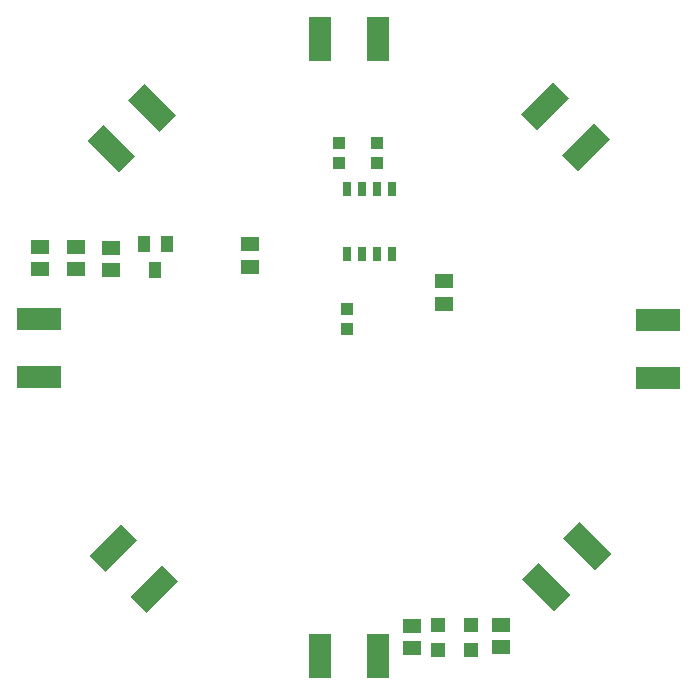
<source format=gbr>
G04 EAGLE Gerber RS-274X export*
G75*
%MOMM*%
%FSLAX34Y34*%
%LPD*%
%INSolderpaste Top*%
%IPPOS*%
%AMOC8*
5,1,8,0,0,1.08239X$1,22.5*%
G01*
%ADD10R,1.930400X3.810000*%
%ADD11R,3.810000X1.930400*%
%ADD12R,1.500000X1.300000*%
%ADD13R,0.700000X1.300000*%
%ADD14R,1.100000X1.000000*%
%ADD15R,1.000000X1.100000*%
%ADD16R,1.200000X1.200000*%
%ADD17R,1.000000X1.400000*%


D10*
X96765Y556736D03*
X145787Y556736D03*
D11*
G36*
X266614Y493059D02*
X293554Y519999D01*
X307204Y506349D01*
X280264Y479409D01*
X266614Y493059D01*
G37*
G36*
X301278Y458396D02*
X328218Y485336D01*
X341868Y471686D01*
X314928Y444746D01*
X301278Y458396D01*
G37*
X382884Y318460D03*
X382884Y269438D03*
G36*
X316125Y147561D02*
X343065Y120621D01*
X329415Y106971D01*
X302475Y133911D01*
X316125Y147561D01*
G37*
G36*
X281462Y112897D02*
X308402Y85957D01*
X294752Y72307D01*
X267812Y99247D01*
X281462Y112897D01*
G37*
D10*
X145218Y34449D03*
X96196Y34449D03*
D11*
G36*
X-23520Y97779D02*
X-50460Y70839D01*
X-64110Y84489D01*
X-37170Y111429D01*
X-23520Y97779D01*
G37*
G36*
X-58184Y132443D02*
X-85124Y105503D01*
X-98774Y119153D01*
X-71834Y146093D01*
X-58184Y132443D01*
G37*
X-141441Y270707D03*
X-141441Y319729D03*
G36*
X-74035Y443771D02*
X-100975Y470711D01*
X-87325Y484361D01*
X-60385Y457421D01*
X-74035Y443771D01*
G37*
G36*
X-39371Y478435D02*
X-66311Y505375D01*
X-52661Y519025D01*
X-25721Y492085D01*
X-39371Y478435D01*
G37*
D12*
X37457Y383056D03*
X37457Y364056D03*
X-80420Y361060D03*
X-80420Y380060D03*
X-110270Y380770D03*
X-110270Y361770D03*
X-140380Y380670D03*
X-140380Y361670D03*
D13*
X144850Y374500D03*
X157550Y374500D03*
X132150Y374500D03*
X119450Y374500D03*
X144850Y429500D03*
X157550Y429500D03*
X132150Y429500D03*
X119450Y429500D03*
D12*
X173928Y60086D03*
X173928Y41086D03*
X249900Y60700D03*
X249900Y41700D03*
D14*
X144500Y469000D03*
X144500Y452000D03*
D15*
X119000Y328000D03*
X119000Y311000D03*
X112500Y452000D03*
X112500Y469000D03*
D16*
X195911Y39768D03*
X195911Y60768D03*
X224300Y39900D03*
X224300Y60900D03*
D17*
X-43000Y361000D03*
X-52500Y383000D03*
X-33500Y383000D03*
D12*
X201700Y351800D03*
X201700Y332800D03*
M02*

</source>
